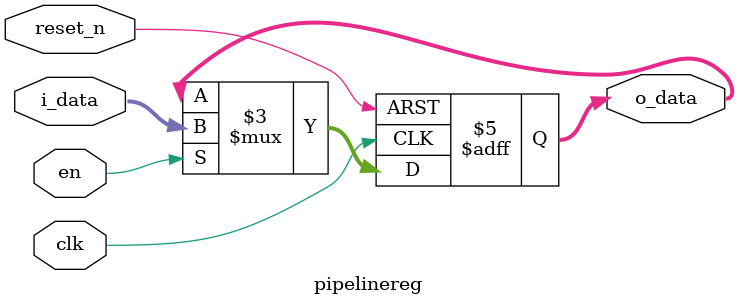
<source format=v>

module pipelinereg #(
       parameter DWIDTH = 64
	) (
	   input clk,
	   input reset_n,
	   input en,
	   input [DWIDTH-1:0] i_data,
	   output reg [DWIDTH-1:0] o_data
	);
	
	always @(posedge clk, negedge reset_n) begin
	    if(!reset_n) begin
		    o_data <= 'h0;
		end
		else begin
		    if(en)
			    o_data <= i_data;
		end
	end
	
endmodule
</source>
